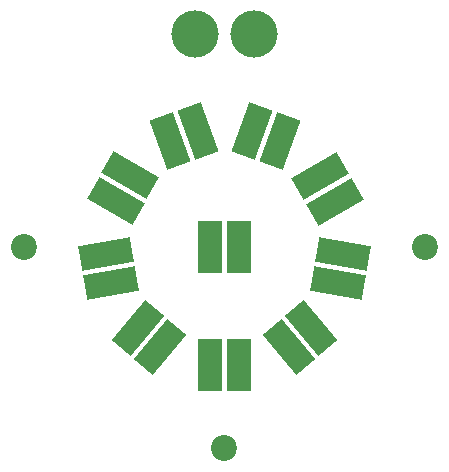
<source format=gts>
%TF.GenerationSoftware,KiCad,Pcbnew,(6.0.9)*%
%TF.CreationDate,2023-02-02T11:12:29+01:00*%
%TF.ProjectId,SamsungLedBoard,53616d73-756e-4674-9c65-64426f617264,rev?*%
%TF.SameCoordinates,Original*%
%TF.FileFunction,Soldermask,Top*%
%TF.FilePolarity,Negative*%
%FSLAX46Y46*%
G04 Gerber Fmt 4.6, Leading zero omitted, Abs format (unit mm)*
G04 Created by KiCad (PCBNEW (6.0.9)) date 2023-02-02 11:12:29*
%MOMM*%
%LPD*%
G01*
G04 APERTURE LIST*
G04 Aperture macros list*
%AMRotRect*
0 Rectangle, with rotation*
0 The origin of the aperture is its center*
0 $1 length*
0 $2 width*
0 $3 Rotation angle, in degrees counterclockwise*
0 Add horizontal line*
21,1,$1,$2,0,0,$3*%
G04 Aperture macros list end*
%ADD10R,2.100000X4.430000*%
%ADD11C,2.200000*%
%ADD12RotRect,4.430000X2.100000X170.000000*%
%ADD13RotRect,4.430000X2.100000X330.000000*%
%ADD14RotRect,4.430000X2.100000X130.000000*%
%ADD15RotRect,4.430000X2.100000X290.000000*%
%ADD16RotRect,4.430000X2.100000X250.000000*%
%ADD17RotRect,4.430000X2.100000X50.000000*%
%ADD18RotRect,4.430000X2.100000X10.000000*%
%ADD19RotRect,4.430000X2.100000X210.000000*%
%ADD20C,4.000000*%
G04 APERTURE END LIST*
D10*
%TO.C,D5*%
X151250000Y-110000000D03*
X148750000Y-110000000D03*
%TD*%
D11*
%TO.C,REF\u002A\u002A*%
X150000000Y-117000000D03*
%TD*%
D12*
%TO.C,D3*%
X160017060Y-100568990D03*
X159582940Y-103031010D03*
%TD*%
D13*
%TO.C,D8*%
X140775000Y-96082532D03*
X142025000Y-93917468D03*
%TD*%
D11*
%TO.C,REF\u002A\u002A*%
X133000000Y-100000000D03*
%TD*%
D14*
%TO.C,D4*%
X157357556Y-106896515D03*
X155442444Y-108503485D03*
%TD*%
D15*
%TO.C,D9*%
X145425384Y-91027525D03*
X147774616Y-90172475D03*
%TD*%
D16*
%TO.C,D1*%
X152325384Y-90172475D03*
X154674616Y-91027525D03*
%TD*%
D10*
%TO.C,D10*%
X148750000Y-100000000D03*
X151250000Y-100000000D03*
%TD*%
D17*
%TO.C,D6*%
X144557556Y-108503485D03*
X142642444Y-106896515D03*
%TD*%
D18*
%TO.C,D7*%
X140417060Y-103031010D03*
X139982940Y-100568990D03*
%TD*%
D19*
%TO.C,D2*%
X158075000Y-94017468D03*
X159325000Y-96182532D03*
%TD*%
D11*
%TO.C,REF\u002A\u002A*%
X167000000Y-100000000D03*
%TD*%
D20*
%TO.C,J1*%
X152500000Y-82000000D03*
X147500000Y-82000000D03*
%TD*%
M02*

</source>
